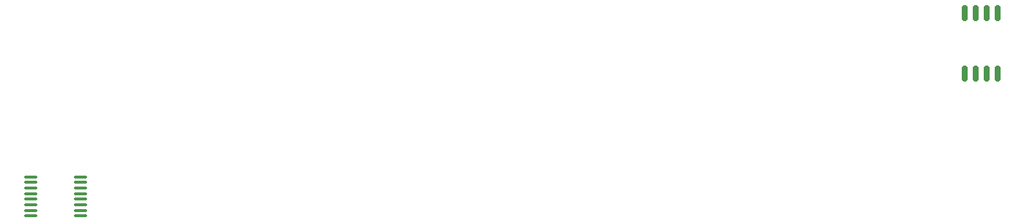
<source format=gtp>
G04 #@! TF.GenerationSoftware,KiCad,Pcbnew,(6.0.6-0)*
G04 #@! TF.CreationDate,2022-10-30T19:45:58+01:00*
G04 #@! TF.ProjectId,nevil_sbc_rev0,6e657669-6c5f-4736-9263-5f726576302e,rev?*
G04 #@! TF.SameCoordinates,Original*
G04 #@! TF.FileFunction,Paste,Top*
G04 #@! TF.FilePolarity,Positive*
%FSLAX46Y46*%
G04 Gerber Fmt 4.6, Leading zero omitted, Abs format (unit mm)*
G04 Created by KiCad (PCBNEW (6.0.6-0)) date 2022-10-30 19:45:58*
%MOMM*%
%LPD*%
G01*
G04 APERTURE LIST*
G04 Aperture macros list*
%AMRoundRect*
0 Rectangle with rounded corners*
0 $1 Rounding radius*
0 $2 $3 $4 $5 $6 $7 $8 $9 X,Y pos of 4 corners*
0 Add a 4 corners polygon primitive as box body*
4,1,4,$2,$3,$4,$5,$6,$7,$8,$9,$2,$3,0*
0 Add four circle primitives for the rounded corners*
1,1,$1+$1,$2,$3*
1,1,$1+$1,$4,$5*
1,1,$1+$1,$6,$7*
1,1,$1+$1,$8,$9*
0 Add four rect primitives between the rounded corners*
20,1,$1+$1,$2,$3,$4,$5,0*
20,1,$1+$1,$4,$5,$6,$7,0*
20,1,$1+$1,$6,$7,$8,$9,0*
20,1,$1+$1,$8,$9,$2,$3,0*%
G04 Aperture macros list end*
%ADD10RoundRect,0.150000X0.150000X-0.800000X0.150000X0.800000X-0.150000X0.800000X-0.150000X-0.800000X0*%
%ADD11RoundRect,0.100000X0.637500X0.100000X-0.637500X0.100000X-0.637500X-0.100000X0.637500X-0.100000X0*%
G04 APERTURE END LIST*
D10*
X184937400Y-37078800D03*
X186207400Y-37078800D03*
X187477400Y-37078800D03*
X188747400Y-37078800D03*
X188747400Y-30078800D03*
X187477400Y-30078800D03*
X186207400Y-30078800D03*
X184937400Y-30078800D03*
D11*
X82669300Y-53633800D03*
X82669300Y-52983800D03*
X82669300Y-52333800D03*
X82669300Y-51683800D03*
X82669300Y-51033800D03*
X82669300Y-50383800D03*
X82669300Y-49733800D03*
X82669300Y-49083800D03*
X76944300Y-49083800D03*
X76944300Y-49733800D03*
X76944300Y-50383800D03*
X76944300Y-51033800D03*
X76944300Y-51683800D03*
X76944300Y-52333800D03*
X76944300Y-52983800D03*
X76944300Y-53633800D03*
M02*

</source>
